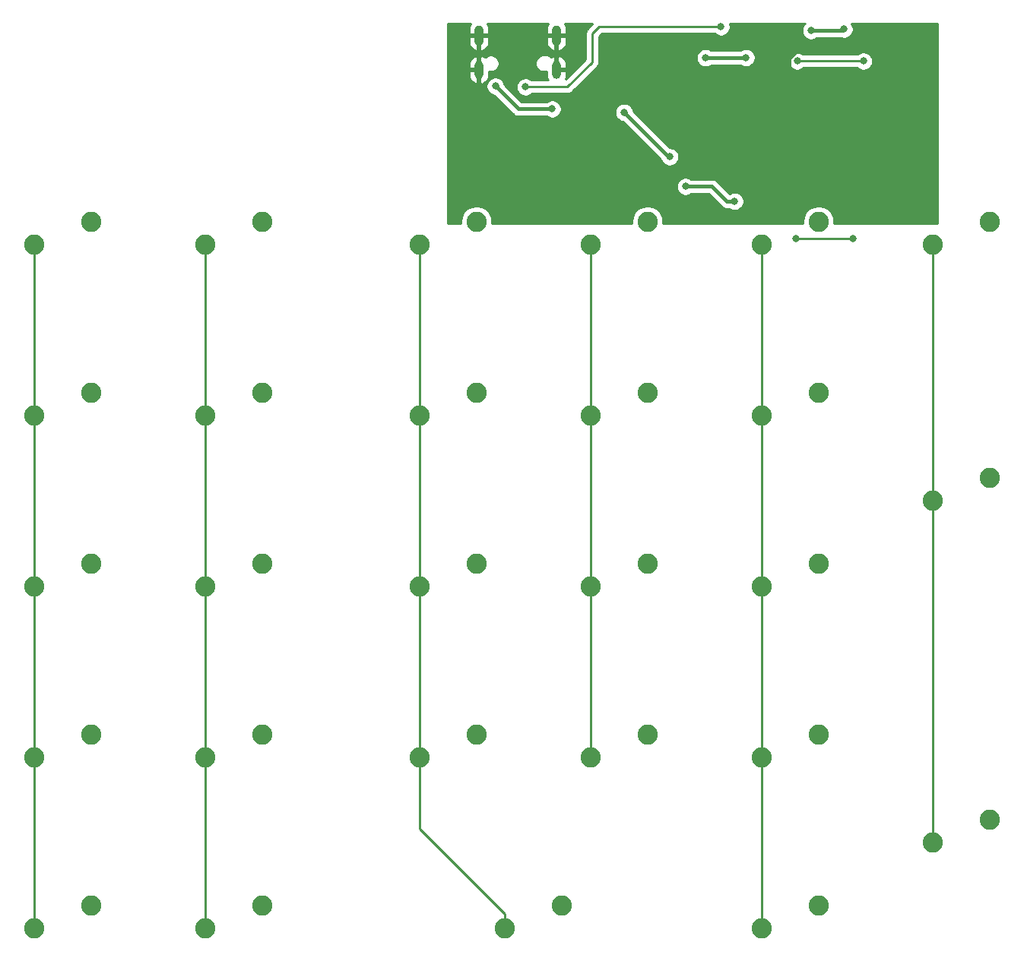
<source format=gtl>
G04 #@! TF.GenerationSoftware,KiCad,Pcbnew,(5.1.5)-3*
G04 #@! TF.CreationDate,2020-10-08T21:20:26+02:00*
G04 #@! TF.ProjectId,NumPad,4e756d50-6164-42e6-9b69-6361645f7063,rev?*
G04 #@! TF.SameCoordinates,Original*
G04 #@! TF.FileFunction,Copper,L1,Top*
G04 #@! TF.FilePolarity,Positive*
%FSLAX46Y46*%
G04 Gerber Fmt 4.6, Leading zero omitted, Abs format (unit mm)*
G04 Created by KiCad (PCBNEW (5.1.5)-3) date 2020-10-08 21:20:26*
%MOMM*%
%LPD*%
G04 APERTURE LIST*
%ADD10C,2.250000*%
%ADD11O,1.000000X2.300000*%
%ADD12O,1.000000X2.000000*%
%ADD13C,0.800000*%
%ADD14C,0.381000*%
%ADD15C,0.254000*%
G04 APERTURE END LIST*
D10*
X108902500Y-146526250D03*
X102552500Y-149066250D03*
X156527500Y-137001250D03*
X150177500Y-139541250D03*
X156527500Y-98901250D03*
X150177500Y-101441250D03*
X137477500Y-146526250D03*
X131127500Y-149066250D03*
X75565000Y-146526250D03*
X69215000Y-149066250D03*
X56515000Y-146526250D03*
X50165000Y-149066250D03*
X137477500Y-127476250D03*
X131127500Y-130016250D03*
X118427500Y-127476250D03*
X112077500Y-130016250D03*
X99377500Y-127476250D03*
X93027500Y-130016250D03*
X75565000Y-127476250D03*
X69215000Y-130016250D03*
X56515000Y-127476250D03*
X50165000Y-130016250D03*
X137477500Y-108426250D03*
X131127500Y-110966250D03*
X118427500Y-108426250D03*
X112077500Y-110966250D03*
X99377500Y-108426250D03*
X93027500Y-110966250D03*
X75565000Y-108426250D03*
X69215000Y-110966250D03*
X56515000Y-108426250D03*
X50165000Y-110966250D03*
X137477500Y-89376250D03*
X131127500Y-91916250D03*
X118427500Y-89376250D03*
X112077500Y-91916250D03*
X99377500Y-89376250D03*
X93027500Y-91916250D03*
X75565000Y-89376250D03*
X69215000Y-91916250D03*
X56515000Y-89376250D03*
X50165000Y-91916250D03*
X156527500Y-70326250D03*
X150177500Y-72866250D03*
X137477500Y-70326250D03*
X131127500Y-72866250D03*
X118427500Y-70326250D03*
X112077500Y-72866250D03*
X99377500Y-70326250D03*
X93027500Y-72866250D03*
X75565000Y-70326250D03*
X69215000Y-72866250D03*
X56515000Y-70326250D03*
X50165000Y-72866250D03*
D11*
X108300000Y-49597500D03*
X99660000Y-49597500D03*
D12*
X99660000Y-53422500D03*
X108300000Y-53422500D03*
D13*
X122682000Y-66421000D03*
X128143000Y-68072000D03*
X120650000Y-50800000D03*
X132207000Y-55118000D03*
X137287000Y-51435000D03*
X124912508Y-52079125D03*
X129413000Y-52070000D03*
X136652000Y-49050500D03*
X140335000Y-48895000D03*
X115824000Y-58166000D03*
X120907000Y-63105000D03*
X101503000Y-55245000D03*
X107823000Y-57785000D03*
X104846264Y-55328398D03*
X126619000Y-48641000D03*
X134937500Y-72231250D03*
X141287500Y-72231250D03*
X135099500Y-52451000D03*
X142494000Y-52451000D03*
D14*
X125603000Y-66421000D02*
X127127000Y-67945000D01*
X122682000Y-66421000D02*
X125603000Y-66421000D01*
X127127000Y-67945000D02*
X127254000Y-68072000D01*
X127254000Y-68072000D02*
X128143000Y-68072000D01*
X120650000Y-50800000D02*
X120650000Y-50006250D01*
X132207000Y-55118000D02*
X132606999Y-54718001D01*
X132606999Y-54718001D02*
X134239000Y-53086000D01*
X134945558Y-51435000D02*
X137287000Y-51435000D01*
X134239000Y-53086000D02*
X134239000Y-52141558D01*
X134239000Y-52141558D02*
X134945558Y-51435000D01*
X124921633Y-52070000D02*
X124912508Y-52079125D01*
X129413000Y-52070000D02*
X124921633Y-52070000D01*
X136652000Y-49050500D02*
X140179500Y-49050500D01*
X140179500Y-49050500D02*
X140335000Y-48895000D01*
X115824000Y-58166000D02*
X120763000Y-63105000D01*
X120763000Y-63105000D02*
X120907000Y-63105000D01*
X101503000Y-55245000D02*
X104043000Y-57785000D01*
X104043000Y-57785000D02*
X107823000Y-57785000D01*
D15*
X104846264Y-55328398D02*
X109517602Y-55328398D01*
X109517602Y-55328398D02*
X112268000Y-52578000D01*
X112268000Y-52578000D02*
X112268000Y-49530000D01*
X112268000Y-49530000D02*
X112268000Y-49403000D01*
X112268000Y-49403000D02*
X113030000Y-48641000D01*
X113030000Y-48641000D02*
X126619000Y-48641000D01*
X50165000Y-74457240D02*
X50165000Y-91916250D01*
X50165000Y-72866250D02*
X50165000Y-74457240D01*
X50165000Y-93507240D02*
X50165000Y-110966250D01*
X50165000Y-91916250D02*
X50165000Y-93507240D01*
X50165000Y-112557240D02*
X50165000Y-130016250D01*
X50165000Y-110966250D02*
X50165000Y-112557240D01*
X50165000Y-130016250D02*
X50165000Y-149066250D01*
X69215000Y-130016250D02*
X69215000Y-149066250D01*
X69215000Y-112557240D02*
X69215000Y-130016250D01*
X69215000Y-110966250D02*
X69215000Y-112557240D01*
X69215000Y-93507240D02*
X69215000Y-110966250D01*
X69215000Y-91916250D02*
X69215000Y-93507240D01*
X69215000Y-72866250D02*
X69215000Y-91916250D01*
X93027500Y-74457240D02*
X93027500Y-91916250D01*
X93027500Y-72866250D02*
X93027500Y-74457240D01*
X93027500Y-91916250D02*
X93027500Y-110966250D01*
X93027500Y-110966250D02*
X93027500Y-130016250D01*
X93027500Y-130016250D02*
X93027500Y-137985500D01*
X102552500Y-147475260D02*
X102552500Y-149066250D01*
X93062740Y-137985500D02*
X102552500Y-147475260D01*
X93027500Y-137985500D02*
X93062740Y-137985500D01*
X112077500Y-72866250D02*
X112077500Y-91916250D01*
X112077500Y-91916250D02*
X112077500Y-110966250D01*
X112077500Y-112557240D02*
X112077500Y-130016250D01*
X112077500Y-110966250D02*
X112077500Y-112557240D01*
X131127500Y-74457240D02*
X131127500Y-91916250D01*
X131127500Y-72866250D02*
X131127500Y-74457240D01*
X131127500Y-91916250D02*
X131127500Y-110966250D01*
X131127500Y-112557240D02*
X131127500Y-130016250D01*
X131127500Y-110966250D02*
X131127500Y-112557240D01*
X131127500Y-131607240D02*
X131127500Y-149066250D01*
X131127500Y-130016250D02*
X131127500Y-131607240D01*
X150177500Y-72866250D02*
X150177500Y-101441250D01*
X150177500Y-101441250D02*
X150177500Y-139541250D01*
X134937500Y-72231250D02*
X141287500Y-72231250D01*
X135099500Y-52451000D02*
X142494000Y-52451000D01*
G36*
X98659997Y-48395822D02*
G01*
X98571585Y-48601513D01*
X98525000Y-48820500D01*
X98525000Y-49470500D01*
X99533000Y-49470500D01*
X99533000Y-49450500D01*
X99787000Y-49450500D01*
X99787000Y-49470500D01*
X100795000Y-49470500D01*
X100795000Y-48820500D01*
X100748415Y-48601513D01*
X100660003Y-48395822D01*
X100583810Y-48285000D01*
X107376190Y-48285000D01*
X107299997Y-48395822D01*
X107211585Y-48601513D01*
X107165000Y-48820500D01*
X107165000Y-49470500D01*
X108173000Y-49470500D01*
X108173000Y-49450500D01*
X108427000Y-49450500D01*
X108427000Y-49470500D01*
X109435000Y-49470500D01*
X109435000Y-48820500D01*
X109388415Y-48601513D01*
X109300003Y-48395822D01*
X109223810Y-48285000D01*
X112308369Y-48285000D01*
X111755652Y-48837718D01*
X111726578Y-48861578D01*
X111631355Y-48977608D01*
X111560598Y-49109985D01*
X111517026Y-49253622D01*
X111506000Y-49365574D01*
X111502314Y-49403000D01*
X111506000Y-49440423D01*
X111506000Y-49567425D01*
X111506001Y-49567435D01*
X111506000Y-52262369D01*
X109304384Y-54463986D01*
X109388415Y-54268487D01*
X109435000Y-54049500D01*
X109435000Y-53549500D01*
X108427000Y-53549500D01*
X108427000Y-53569500D01*
X108173000Y-53569500D01*
X108173000Y-53549500D01*
X108153000Y-53549500D01*
X108153000Y-53295500D01*
X108173000Y-53295500D01*
X108173000Y-51954546D01*
X108427000Y-51954546D01*
X108427000Y-53295500D01*
X109435000Y-53295500D01*
X109435000Y-52795500D01*
X109388415Y-52576513D01*
X109300003Y-52370822D01*
X109173161Y-52186331D01*
X109012764Y-52030131D01*
X108824976Y-51908224D01*
X108601874Y-51828381D01*
X108427000Y-51954546D01*
X108173000Y-51954546D01*
X107998126Y-51828381D01*
X107775024Y-51908224D01*
X107686856Y-51965460D01*
X107626972Y-51916314D01*
X107464540Y-51829493D01*
X107288292Y-51776029D01*
X107150932Y-51762500D01*
X106809068Y-51762500D01*
X106671708Y-51776029D01*
X106495460Y-51829493D01*
X106333028Y-51916314D01*
X106190656Y-52033156D01*
X106073814Y-52175528D01*
X105986993Y-52337960D01*
X105933529Y-52514208D01*
X105915476Y-52697500D01*
X105933529Y-52880792D01*
X105986993Y-53057040D01*
X106073814Y-53219472D01*
X106190656Y-53361844D01*
X106333028Y-53478686D01*
X106495460Y-53565507D01*
X106671708Y-53618971D01*
X106809068Y-53632500D01*
X107150932Y-53632500D01*
X107165000Y-53631114D01*
X107165000Y-54049500D01*
X107211585Y-54268487D01*
X107299997Y-54474178D01*
X107363400Y-54566398D01*
X105547975Y-54566398D01*
X105506038Y-54524461D01*
X105336520Y-54411193D01*
X105148162Y-54333172D01*
X104948203Y-54293398D01*
X104744325Y-54293398D01*
X104544366Y-54333172D01*
X104356008Y-54411193D01*
X104186490Y-54524461D01*
X104042327Y-54668624D01*
X103929059Y-54838142D01*
X103851038Y-55026500D01*
X103811264Y-55226459D01*
X103811264Y-55430337D01*
X103851038Y-55630296D01*
X103929059Y-55818654D01*
X104042327Y-55988172D01*
X104186490Y-56132335D01*
X104356008Y-56245603D01*
X104544366Y-56323624D01*
X104744325Y-56363398D01*
X104948203Y-56363398D01*
X105148162Y-56323624D01*
X105336520Y-56245603D01*
X105506038Y-56132335D01*
X105547975Y-56090398D01*
X109480179Y-56090398D01*
X109517602Y-56094084D01*
X109555025Y-56090398D01*
X109555028Y-56090398D01*
X109666980Y-56079372D01*
X109810617Y-56035800D01*
X109942994Y-55965043D01*
X110059024Y-55869820D01*
X110082886Y-55840744D01*
X112780353Y-53143278D01*
X112809422Y-53119422D01*
X112904645Y-53003392D01*
X112975402Y-52871015D01*
X113018974Y-52727378D01*
X113030000Y-52615426D01*
X113030000Y-52615424D01*
X113033686Y-52578001D01*
X113030000Y-52540578D01*
X113030000Y-51977186D01*
X123877508Y-51977186D01*
X123877508Y-52181064D01*
X123917282Y-52381023D01*
X123995303Y-52569381D01*
X124108571Y-52738899D01*
X124252734Y-52883062D01*
X124422252Y-52996330D01*
X124610610Y-53074351D01*
X124810569Y-53114125D01*
X125014447Y-53114125D01*
X125214406Y-53074351D01*
X125402764Y-52996330D01*
X125553667Y-52895500D01*
X128785497Y-52895500D01*
X128922744Y-52987205D01*
X129111102Y-53065226D01*
X129311061Y-53105000D01*
X129514939Y-53105000D01*
X129714898Y-53065226D01*
X129903256Y-52987205D01*
X130072774Y-52873937D01*
X130216937Y-52729774D01*
X130330205Y-52560256D01*
X130408226Y-52371898D01*
X130412768Y-52349061D01*
X134064500Y-52349061D01*
X134064500Y-52552939D01*
X134104274Y-52752898D01*
X134182295Y-52941256D01*
X134295563Y-53110774D01*
X134439726Y-53254937D01*
X134609244Y-53368205D01*
X134797602Y-53446226D01*
X134997561Y-53486000D01*
X135201439Y-53486000D01*
X135401398Y-53446226D01*
X135589756Y-53368205D01*
X135759274Y-53254937D01*
X135801211Y-53213000D01*
X141792289Y-53213000D01*
X141834226Y-53254937D01*
X142003744Y-53368205D01*
X142192102Y-53446226D01*
X142392061Y-53486000D01*
X142595939Y-53486000D01*
X142795898Y-53446226D01*
X142984256Y-53368205D01*
X143153774Y-53254937D01*
X143297937Y-53110774D01*
X143411205Y-52941256D01*
X143489226Y-52752898D01*
X143529000Y-52552939D01*
X143529000Y-52349061D01*
X143489226Y-52149102D01*
X143411205Y-51960744D01*
X143297937Y-51791226D01*
X143153774Y-51647063D01*
X142984256Y-51533795D01*
X142795898Y-51455774D01*
X142595939Y-51416000D01*
X142392061Y-51416000D01*
X142192102Y-51455774D01*
X142003744Y-51533795D01*
X141834226Y-51647063D01*
X141792289Y-51689000D01*
X135801211Y-51689000D01*
X135759274Y-51647063D01*
X135589756Y-51533795D01*
X135401398Y-51455774D01*
X135201439Y-51416000D01*
X134997561Y-51416000D01*
X134797602Y-51455774D01*
X134609244Y-51533795D01*
X134439726Y-51647063D01*
X134295563Y-51791226D01*
X134182295Y-51960744D01*
X134104274Y-52149102D01*
X134064500Y-52349061D01*
X130412768Y-52349061D01*
X130448000Y-52171939D01*
X130448000Y-51968061D01*
X130408226Y-51768102D01*
X130330205Y-51579744D01*
X130216937Y-51410226D01*
X130072774Y-51266063D01*
X129903256Y-51152795D01*
X129714898Y-51074774D01*
X129514939Y-51035000D01*
X129311061Y-51035000D01*
X129111102Y-51074774D01*
X128922744Y-51152795D01*
X128785497Y-51244500D01*
X125526354Y-51244500D01*
X125402764Y-51161920D01*
X125214406Y-51083899D01*
X125014447Y-51044125D01*
X124810569Y-51044125D01*
X124610610Y-51083899D01*
X124422252Y-51161920D01*
X124252734Y-51275188D01*
X124108571Y-51419351D01*
X123995303Y-51588869D01*
X123917282Y-51777227D01*
X123877508Y-51977186D01*
X113030000Y-51977186D01*
X113030000Y-49718630D01*
X113345631Y-49403000D01*
X125917289Y-49403000D01*
X125959226Y-49444937D01*
X126128744Y-49558205D01*
X126317102Y-49636226D01*
X126517061Y-49676000D01*
X126720939Y-49676000D01*
X126920898Y-49636226D01*
X127109256Y-49558205D01*
X127278774Y-49444937D01*
X127422937Y-49300774D01*
X127536205Y-49131256D01*
X127614226Y-48942898D01*
X127654000Y-48742939D01*
X127654000Y-48539061D01*
X127614226Y-48339102D01*
X127591816Y-48285000D01*
X135953789Y-48285000D01*
X135848063Y-48390726D01*
X135734795Y-48560244D01*
X135656774Y-48748602D01*
X135617000Y-48948561D01*
X135617000Y-49152439D01*
X135656774Y-49352398D01*
X135734795Y-49540756D01*
X135848063Y-49710274D01*
X135992226Y-49854437D01*
X136161744Y-49967705D01*
X136350102Y-50045726D01*
X136550061Y-50085500D01*
X136753939Y-50085500D01*
X136953898Y-50045726D01*
X137142256Y-49967705D01*
X137279503Y-49876000D01*
X139998758Y-49876000D01*
X140033102Y-49890226D01*
X140233061Y-49930000D01*
X140436939Y-49930000D01*
X140636898Y-49890226D01*
X140825256Y-49812205D01*
X140994774Y-49698937D01*
X141138937Y-49554774D01*
X141252205Y-49385256D01*
X141330226Y-49196898D01*
X141370000Y-48996939D01*
X141370000Y-48793061D01*
X141330226Y-48593102D01*
X141252205Y-48404744D01*
X141172195Y-48285000D01*
X150685500Y-48285000D01*
X150685500Y-70516750D01*
X139234088Y-70516750D01*
X139237500Y-70499595D01*
X139237500Y-70152905D01*
X139169864Y-69812877D01*
X139037192Y-69492577D01*
X138844581Y-69204315D01*
X138599435Y-68959169D01*
X138311173Y-68766558D01*
X137990873Y-68633886D01*
X137650845Y-68566250D01*
X137304155Y-68566250D01*
X136964127Y-68633886D01*
X136643827Y-68766558D01*
X136355565Y-68959169D01*
X136110419Y-69204315D01*
X135917808Y-69492577D01*
X135785136Y-69812877D01*
X135717500Y-70152905D01*
X135717500Y-70499595D01*
X135720912Y-70516750D01*
X120184088Y-70516750D01*
X120187500Y-70499595D01*
X120187500Y-70152905D01*
X120119864Y-69812877D01*
X119987192Y-69492577D01*
X119794581Y-69204315D01*
X119549435Y-68959169D01*
X119261173Y-68766558D01*
X118940873Y-68633886D01*
X118600845Y-68566250D01*
X118254155Y-68566250D01*
X117914127Y-68633886D01*
X117593827Y-68766558D01*
X117305565Y-68959169D01*
X117060419Y-69204315D01*
X116867808Y-69492577D01*
X116735136Y-69812877D01*
X116667500Y-70152905D01*
X116667500Y-70499595D01*
X116670912Y-70516750D01*
X101134088Y-70516750D01*
X101137500Y-70499595D01*
X101137500Y-70152905D01*
X101069864Y-69812877D01*
X100937192Y-69492577D01*
X100744581Y-69204315D01*
X100499435Y-68959169D01*
X100211173Y-68766558D01*
X99890873Y-68633886D01*
X99550845Y-68566250D01*
X99204155Y-68566250D01*
X98864127Y-68633886D01*
X98543827Y-68766558D01*
X98255565Y-68959169D01*
X98010419Y-69204315D01*
X97817808Y-69492577D01*
X97685136Y-69812877D01*
X97617500Y-70152905D01*
X97617500Y-70499595D01*
X97620912Y-70516750D01*
X96170750Y-70516750D01*
X96170750Y-66319061D01*
X121647000Y-66319061D01*
X121647000Y-66522939D01*
X121686774Y-66722898D01*
X121764795Y-66911256D01*
X121878063Y-67080774D01*
X122022226Y-67224937D01*
X122191744Y-67338205D01*
X122380102Y-67416226D01*
X122580061Y-67456000D01*
X122783939Y-67456000D01*
X122983898Y-67416226D01*
X123172256Y-67338205D01*
X123309503Y-67246500D01*
X125261068Y-67246500D01*
X126571958Y-68557391D01*
X126571964Y-68557396D01*
X126641602Y-68627034D01*
X126667459Y-68658541D01*
X126793158Y-68761699D01*
X126936566Y-68838353D01*
X127092174Y-68885556D01*
X127213447Y-68897500D01*
X127213449Y-68897500D01*
X127253999Y-68901494D01*
X127294550Y-68897500D01*
X127515497Y-68897500D01*
X127652744Y-68989205D01*
X127841102Y-69067226D01*
X128041061Y-69107000D01*
X128244939Y-69107000D01*
X128444898Y-69067226D01*
X128633256Y-68989205D01*
X128802774Y-68875937D01*
X128946937Y-68731774D01*
X129060205Y-68562256D01*
X129138226Y-68373898D01*
X129178000Y-68173939D01*
X129178000Y-67970061D01*
X129138226Y-67770102D01*
X129060205Y-67581744D01*
X128946937Y-67412226D01*
X128802774Y-67268063D01*
X128633256Y-67154795D01*
X128444898Y-67076774D01*
X128244939Y-67037000D01*
X128041061Y-67037000D01*
X127841102Y-67076774D01*
X127652744Y-67154795D01*
X127563715Y-67214282D01*
X126215398Y-65865966D01*
X126189541Y-65834459D01*
X126063842Y-65731301D01*
X125920434Y-65654647D01*
X125764826Y-65607444D01*
X125643553Y-65595500D01*
X125643550Y-65595500D01*
X125603000Y-65591506D01*
X125562450Y-65595500D01*
X123309503Y-65595500D01*
X123172256Y-65503795D01*
X122983898Y-65425774D01*
X122783939Y-65386000D01*
X122580061Y-65386000D01*
X122380102Y-65425774D01*
X122191744Y-65503795D01*
X122022226Y-65617063D01*
X121878063Y-65761226D01*
X121764795Y-65930744D01*
X121686774Y-66119102D01*
X121647000Y-66319061D01*
X96170750Y-66319061D01*
X96170750Y-55143061D01*
X100468000Y-55143061D01*
X100468000Y-55346939D01*
X100507774Y-55546898D01*
X100585795Y-55735256D01*
X100699063Y-55904774D01*
X100843226Y-56048937D01*
X101012744Y-56162205D01*
X101201102Y-56240226D01*
X101362996Y-56272429D01*
X103430606Y-58340039D01*
X103456459Y-58371541D01*
X103526033Y-58428639D01*
X103582156Y-58474698D01*
X103582158Y-58474699D01*
X103725566Y-58551353D01*
X103881174Y-58598556D01*
X104002447Y-58610500D01*
X104002456Y-58610500D01*
X104042999Y-58614493D01*
X104083542Y-58610500D01*
X107195497Y-58610500D01*
X107332744Y-58702205D01*
X107521102Y-58780226D01*
X107721061Y-58820000D01*
X107924939Y-58820000D01*
X108124898Y-58780226D01*
X108313256Y-58702205D01*
X108482774Y-58588937D01*
X108626937Y-58444774D01*
X108740205Y-58275256D01*
X108818226Y-58086898D01*
X108822768Y-58064061D01*
X114789000Y-58064061D01*
X114789000Y-58267939D01*
X114828774Y-58467898D01*
X114906795Y-58656256D01*
X115020063Y-58825774D01*
X115164226Y-58969937D01*
X115333744Y-59083205D01*
X115522102Y-59161226D01*
X115683996Y-59193429D01*
X119921893Y-63431327D01*
X119989795Y-63595256D01*
X120103063Y-63764774D01*
X120247226Y-63908937D01*
X120416744Y-64022205D01*
X120605102Y-64100226D01*
X120805061Y-64140000D01*
X121008939Y-64140000D01*
X121208898Y-64100226D01*
X121397256Y-64022205D01*
X121566774Y-63908937D01*
X121710937Y-63764774D01*
X121824205Y-63595256D01*
X121902226Y-63406898D01*
X121942000Y-63206939D01*
X121942000Y-63003061D01*
X121902226Y-62803102D01*
X121824205Y-62614744D01*
X121710937Y-62445226D01*
X121566774Y-62301063D01*
X121397256Y-62187795D01*
X121208898Y-62109774D01*
X121008939Y-62070000D01*
X120895434Y-62070000D01*
X116851429Y-58025996D01*
X116819226Y-57864102D01*
X116741205Y-57675744D01*
X116627937Y-57506226D01*
X116483774Y-57362063D01*
X116314256Y-57248795D01*
X116125898Y-57170774D01*
X115925939Y-57131000D01*
X115722061Y-57131000D01*
X115522102Y-57170774D01*
X115333744Y-57248795D01*
X115164226Y-57362063D01*
X115020063Y-57506226D01*
X114906795Y-57675744D01*
X114828774Y-57864102D01*
X114789000Y-58064061D01*
X108822768Y-58064061D01*
X108858000Y-57886939D01*
X108858000Y-57683061D01*
X108818226Y-57483102D01*
X108740205Y-57294744D01*
X108626937Y-57125226D01*
X108482774Y-56981063D01*
X108313256Y-56867795D01*
X108124898Y-56789774D01*
X107924939Y-56750000D01*
X107721061Y-56750000D01*
X107521102Y-56789774D01*
X107332744Y-56867795D01*
X107195497Y-56959500D01*
X104384933Y-56959500D01*
X102530429Y-55104996D01*
X102498226Y-54943102D01*
X102420205Y-54754744D01*
X102306937Y-54585226D01*
X102162774Y-54441063D01*
X101993256Y-54327795D01*
X101804898Y-54249774D01*
X101604939Y-54210000D01*
X101401061Y-54210000D01*
X101201102Y-54249774D01*
X101012744Y-54327795D01*
X100843226Y-54441063D01*
X100699063Y-54585226D01*
X100585795Y-54754744D01*
X100507774Y-54943102D01*
X100468000Y-55143061D01*
X96170750Y-55143061D01*
X96170750Y-53549500D01*
X98525000Y-53549500D01*
X98525000Y-54049500D01*
X98571585Y-54268487D01*
X98659997Y-54474178D01*
X98786839Y-54658669D01*
X98947236Y-54814869D01*
X99135024Y-54936776D01*
X99358126Y-55016619D01*
X99533000Y-54890454D01*
X99533000Y-53549500D01*
X98525000Y-53549500D01*
X96170750Y-53549500D01*
X96170750Y-52795500D01*
X98525000Y-52795500D01*
X98525000Y-53295500D01*
X99533000Y-53295500D01*
X99533000Y-51954546D01*
X99787000Y-51954546D01*
X99787000Y-53295500D01*
X99807000Y-53295500D01*
X99807000Y-53549500D01*
X99787000Y-53549500D01*
X99787000Y-54890454D01*
X99961874Y-55016619D01*
X100184976Y-54936776D01*
X100372764Y-54814869D01*
X100533161Y-54658669D01*
X100660003Y-54474178D01*
X100748415Y-54268487D01*
X100795000Y-54049500D01*
X100795000Y-53614019D01*
X100887911Y-53632500D01*
X101072089Y-53632500D01*
X101252729Y-53596568D01*
X101422889Y-53526086D01*
X101576028Y-53423762D01*
X101706262Y-53293528D01*
X101808586Y-53140389D01*
X101879068Y-52970229D01*
X101915000Y-52789589D01*
X101915000Y-52605411D01*
X101879068Y-52424771D01*
X101808586Y-52254611D01*
X101706262Y-52101472D01*
X101576028Y-51971238D01*
X101422889Y-51868914D01*
X101252729Y-51798432D01*
X101072089Y-51762500D01*
X100887911Y-51762500D01*
X100707271Y-51798432D01*
X100537111Y-51868914D01*
X100383972Y-51971238D01*
X100343850Y-52011360D01*
X100184976Y-51908224D01*
X99961874Y-51828381D01*
X99787000Y-51954546D01*
X99533000Y-51954546D01*
X99358126Y-51828381D01*
X99135024Y-51908224D01*
X98947236Y-52030131D01*
X98786839Y-52186331D01*
X98659997Y-52370822D01*
X98571585Y-52576513D01*
X98525000Y-52795500D01*
X96170750Y-52795500D01*
X96170750Y-49724500D01*
X98525000Y-49724500D01*
X98525000Y-50374500D01*
X98571585Y-50593487D01*
X98659997Y-50799178D01*
X98786839Y-50983669D01*
X98947236Y-51139869D01*
X99135024Y-51261776D01*
X99358126Y-51341619D01*
X99533000Y-51215454D01*
X99533000Y-49724500D01*
X99787000Y-49724500D01*
X99787000Y-51215454D01*
X99961874Y-51341619D01*
X100184976Y-51261776D01*
X100372764Y-51139869D01*
X100533161Y-50983669D01*
X100660003Y-50799178D01*
X100748415Y-50593487D01*
X100795000Y-50374500D01*
X100795000Y-49724500D01*
X107165000Y-49724500D01*
X107165000Y-50374500D01*
X107211585Y-50593487D01*
X107299997Y-50799178D01*
X107426839Y-50983669D01*
X107587236Y-51139869D01*
X107775024Y-51261776D01*
X107998126Y-51341619D01*
X108173000Y-51215454D01*
X108173000Y-49724500D01*
X108427000Y-49724500D01*
X108427000Y-51215454D01*
X108601874Y-51341619D01*
X108824976Y-51261776D01*
X109012764Y-51139869D01*
X109173161Y-50983669D01*
X109300003Y-50799178D01*
X109388415Y-50593487D01*
X109435000Y-50374500D01*
X109435000Y-49724500D01*
X108427000Y-49724500D01*
X108173000Y-49724500D01*
X107165000Y-49724500D01*
X100795000Y-49724500D01*
X99787000Y-49724500D01*
X99533000Y-49724500D01*
X98525000Y-49724500D01*
X96170750Y-49724500D01*
X96170750Y-48285000D01*
X98736190Y-48285000D01*
X98659997Y-48395822D01*
G37*
X98659997Y-48395822D02*
X98571585Y-48601513D01*
X98525000Y-48820500D01*
X98525000Y-49470500D01*
X99533000Y-49470500D01*
X99533000Y-49450500D01*
X99787000Y-49450500D01*
X99787000Y-49470500D01*
X100795000Y-49470500D01*
X100795000Y-48820500D01*
X100748415Y-48601513D01*
X100660003Y-48395822D01*
X100583810Y-48285000D01*
X107376190Y-48285000D01*
X107299997Y-48395822D01*
X107211585Y-48601513D01*
X107165000Y-48820500D01*
X107165000Y-49470500D01*
X108173000Y-49470500D01*
X108173000Y-49450500D01*
X108427000Y-49450500D01*
X108427000Y-49470500D01*
X109435000Y-49470500D01*
X109435000Y-48820500D01*
X109388415Y-48601513D01*
X109300003Y-48395822D01*
X109223810Y-48285000D01*
X112308369Y-48285000D01*
X111755652Y-48837718D01*
X111726578Y-48861578D01*
X111631355Y-48977608D01*
X111560598Y-49109985D01*
X111517026Y-49253622D01*
X111506000Y-49365574D01*
X111502314Y-49403000D01*
X111506000Y-49440423D01*
X111506000Y-49567425D01*
X111506001Y-49567435D01*
X111506000Y-52262369D01*
X109304384Y-54463986D01*
X109388415Y-54268487D01*
X109435000Y-54049500D01*
X109435000Y-53549500D01*
X108427000Y-53549500D01*
X108427000Y-53569500D01*
X108173000Y-53569500D01*
X108173000Y-53549500D01*
X108153000Y-53549500D01*
X108153000Y-53295500D01*
X108173000Y-53295500D01*
X108173000Y-51954546D01*
X108427000Y-51954546D01*
X108427000Y-53295500D01*
X109435000Y-53295500D01*
X109435000Y-52795500D01*
X109388415Y-52576513D01*
X109300003Y-52370822D01*
X109173161Y-52186331D01*
X109012764Y-52030131D01*
X108824976Y-51908224D01*
X108601874Y-51828381D01*
X108427000Y-51954546D01*
X108173000Y-51954546D01*
X107998126Y-51828381D01*
X107775024Y-51908224D01*
X107686856Y-51965460D01*
X107626972Y-51916314D01*
X107464540Y-51829493D01*
X107288292Y-51776029D01*
X107150932Y-51762500D01*
X106809068Y-51762500D01*
X106671708Y-51776029D01*
X106495460Y-51829493D01*
X106333028Y-51916314D01*
X106190656Y-52033156D01*
X106073814Y-52175528D01*
X105986993Y-52337960D01*
X105933529Y-52514208D01*
X105915476Y-52697500D01*
X105933529Y-52880792D01*
X105986993Y-53057040D01*
X106073814Y-53219472D01*
X106190656Y-53361844D01*
X106333028Y-53478686D01*
X106495460Y-53565507D01*
X106671708Y-53618971D01*
X106809068Y-53632500D01*
X107150932Y-53632500D01*
X107165000Y-53631114D01*
X107165000Y-54049500D01*
X107211585Y-54268487D01*
X107299997Y-54474178D01*
X107363400Y-54566398D01*
X105547975Y-54566398D01*
X105506038Y-54524461D01*
X105336520Y-54411193D01*
X105148162Y-54333172D01*
X104948203Y-54293398D01*
X104744325Y-54293398D01*
X104544366Y-54333172D01*
X104356008Y-54411193D01*
X104186490Y-54524461D01*
X104042327Y-54668624D01*
X103929059Y-54838142D01*
X103851038Y-55026500D01*
X103811264Y-55226459D01*
X103811264Y-55430337D01*
X103851038Y-55630296D01*
X103929059Y-55818654D01*
X104042327Y-55988172D01*
X104186490Y-56132335D01*
X104356008Y-56245603D01*
X104544366Y-56323624D01*
X104744325Y-56363398D01*
X104948203Y-56363398D01*
X105148162Y-56323624D01*
X105336520Y-56245603D01*
X105506038Y-56132335D01*
X105547975Y-56090398D01*
X109480179Y-56090398D01*
X109517602Y-56094084D01*
X109555025Y-56090398D01*
X109555028Y-56090398D01*
X109666980Y-56079372D01*
X109810617Y-56035800D01*
X109942994Y-55965043D01*
X110059024Y-55869820D01*
X110082886Y-55840744D01*
X112780353Y-53143278D01*
X112809422Y-53119422D01*
X112904645Y-53003392D01*
X112975402Y-52871015D01*
X113018974Y-52727378D01*
X113030000Y-52615426D01*
X113030000Y-52615424D01*
X113033686Y-52578001D01*
X113030000Y-52540578D01*
X113030000Y-51977186D01*
X123877508Y-51977186D01*
X123877508Y-52181064D01*
X123917282Y-52381023D01*
X123995303Y-52569381D01*
X124108571Y-52738899D01*
X124252734Y-52883062D01*
X124422252Y-52996330D01*
X124610610Y-53074351D01*
X124810569Y-53114125D01*
X125014447Y-53114125D01*
X125214406Y-53074351D01*
X125402764Y-52996330D01*
X125553667Y-52895500D01*
X128785497Y-52895500D01*
X128922744Y-52987205D01*
X129111102Y-53065226D01*
X129311061Y-53105000D01*
X129514939Y-53105000D01*
X129714898Y-53065226D01*
X129903256Y-52987205D01*
X130072774Y-52873937D01*
X130216937Y-52729774D01*
X130330205Y-52560256D01*
X130408226Y-52371898D01*
X130412768Y-52349061D01*
X134064500Y-52349061D01*
X134064500Y-52552939D01*
X134104274Y-52752898D01*
X134182295Y-52941256D01*
X134295563Y-53110774D01*
X134439726Y-53254937D01*
X134609244Y-53368205D01*
X134797602Y-53446226D01*
X134997561Y-53486000D01*
X135201439Y-53486000D01*
X135401398Y-53446226D01*
X135589756Y-53368205D01*
X135759274Y-53254937D01*
X135801211Y-53213000D01*
X141792289Y-53213000D01*
X141834226Y-53254937D01*
X142003744Y-53368205D01*
X142192102Y-53446226D01*
X142392061Y-53486000D01*
X142595939Y-53486000D01*
X142795898Y-53446226D01*
X142984256Y-53368205D01*
X143153774Y-53254937D01*
X143297937Y-53110774D01*
X143411205Y-52941256D01*
X143489226Y-52752898D01*
X143529000Y-52552939D01*
X143529000Y-52349061D01*
X143489226Y-52149102D01*
X143411205Y-51960744D01*
X143297937Y-51791226D01*
X143153774Y-51647063D01*
X142984256Y-51533795D01*
X142795898Y-51455774D01*
X142595939Y-51416000D01*
X142392061Y-51416000D01*
X142192102Y-51455774D01*
X142003744Y-51533795D01*
X141834226Y-51647063D01*
X141792289Y-51689000D01*
X135801211Y-51689000D01*
X135759274Y-51647063D01*
X135589756Y-51533795D01*
X135401398Y-51455774D01*
X135201439Y-51416000D01*
X134997561Y-51416000D01*
X134797602Y-51455774D01*
X134609244Y-51533795D01*
X134439726Y-51647063D01*
X134295563Y-51791226D01*
X134182295Y-51960744D01*
X134104274Y-52149102D01*
X134064500Y-52349061D01*
X130412768Y-52349061D01*
X130448000Y-52171939D01*
X130448000Y-51968061D01*
X130408226Y-51768102D01*
X130330205Y-51579744D01*
X130216937Y-51410226D01*
X130072774Y-51266063D01*
X129903256Y-51152795D01*
X129714898Y-51074774D01*
X129514939Y-51035000D01*
X129311061Y-51035000D01*
X129111102Y-51074774D01*
X128922744Y-51152795D01*
X128785497Y-51244500D01*
X125526354Y-51244500D01*
X125402764Y-51161920D01*
X125214406Y-51083899D01*
X125014447Y-51044125D01*
X124810569Y-51044125D01*
X124610610Y-51083899D01*
X124422252Y-51161920D01*
X124252734Y-51275188D01*
X124108571Y-51419351D01*
X123995303Y-51588869D01*
X123917282Y-51777227D01*
X123877508Y-51977186D01*
X113030000Y-51977186D01*
X113030000Y-49718630D01*
X113345631Y-49403000D01*
X125917289Y-49403000D01*
X125959226Y-49444937D01*
X126128744Y-49558205D01*
X126317102Y-49636226D01*
X126517061Y-49676000D01*
X126720939Y-49676000D01*
X126920898Y-49636226D01*
X127109256Y-49558205D01*
X127278774Y-49444937D01*
X127422937Y-49300774D01*
X127536205Y-49131256D01*
X127614226Y-48942898D01*
X127654000Y-48742939D01*
X127654000Y-48539061D01*
X127614226Y-48339102D01*
X127591816Y-48285000D01*
X135953789Y-48285000D01*
X135848063Y-48390726D01*
X135734795Y-48560244D01*
X135656774Y-48748602D01*
X135617000Y-48948561D01*
X135617000Y-49152439D01*
X135656774Y-49352398D01*
X135734795Y-49540756D01*
X135848063Y-49710274D01*
X135992226Y-49854437D01*
X136161744Y-49967705D01*
X136350102Y-50045726D01*
X136550061Y-50085500D01*
X136753939Y-50085500D01*
X136953898Y-50045726D01*
X137142256Y-49967705D01*
X137279503Y-49876000D01*
X139998758Y-49876000D01*
X140033102Y-49890226D01*
X140233061Y-49930000D01*
X140436939Y-49930000D01*
X140636898Y-49890226D01*
X140825256Y-49812205D01*
X140994774Y-49698937D01*
X141138937Y-49554774D01*
X141252205Y-49385256D01*
X141330226Y-49196898D01*
X141370000Y-48996939D01*
X141370000Y-48793061D01*
X141330226Y-48593102D01*
X141252205Y-48404744D01*
X141172195Y-48285000D01*
X150685500Y-48285000D01*
X150685500Y-70516750D01*
X139234088Y-70516750D01*
X139237500Y-70499595D01*
X139237500Y-70152905D01*
X139169864Y-69812877D01*
X139037192Y-69492577D01*
X138844581Y-69204315D01*
X138599435Y-68959169D01*
X138311173Y-68766558D01*
X137990873Y-68633886D01*
X137650845Y-68566250D01*
X137304155Y-68566250D01*
X136964127Y-68633886D01*
X136643827Y-68766558D01*
X136355565Y-68959169D01*
X136110419Y-69204315D01*
X135917808Y-69492577D01*
X135785136Y-69812877D01*
X135717500Y-70152905D01*
X135717500Y-70499595D01*
X135720912Y-70516750D01*
X120184088Y-70516750D01*
X120187500Y-70499595D01*
X120187500Y-70152905D01*
X120119864Y-69812877D01*
X119987192Y-69492577D01*
X119794581Y-69204315D01*
X119549435Y-68959169D01*
X119261173Y-68766558D01*
X118940873Y-68633886D01*
X118600845Y-68566250D01*
X118254155Y-68566250D01*
X117914127Y-68633886D01*
X117593827Y-68766558D01*
X117305565Y-68959169D01*
X117060419Y-69204315D01*
X116867808Y-69492577D01*
X116735136Y-69812877D01*
X116667500Y-70152905D01*
X116667500Y-70499595D01*
X116670912Y-70516750D01*
X101134088Y-70516750D01*
X101137500Y-70499595D01*
X101137500Y-70152905D01*
X101069864Y-69812877D01*
X100937192Y-69492577D01*
X100744581Y-69204315D01*
X100499435Y-68959169D01*
X100211173Y-68766558D01*
X99890873Y-68633886D01*
X99550845Y-68566250D01*
X99204155Y-68566250D01*
X98864127Y-68633886D01*
X98543827Y-68766558D01*
X98255565Y-68959169D01*
X98010419Y-69204315D01*
X97817808Y-69492577D01*
X97685136Y-69812877D01*
X97617500Y-70152905D01*
X97617500Y-70499595D01*
X97620912Y-70516750D01*
X96170750Y-70516750D01*
X96170750Y-66319061D01*
X121647000Y-66319061D01*
X121647000Y-66522939D01*
X121686774Y-66722898D01*
X121764795Y-66911256D01*
X121878063Y-67080774D01*
X122022226Y-67224937D01*
X122191744Y-67338205D01*
X122380102Y-67416226D01*
X122580061Y-67456000D01*
X122783939Y-67456000D01*
X122983898Y-67416226D01*
X123172256Y-67338205D01*
X123309503Y-67246500D01*
X125261068Y-67246500D01*
X126571958Y-68557391D01*
X126571964Y-68557396D01*
X126641602Y-68627034D01*
X126667459Y-68658541D01*
X126793158Y-68761699D01*
X126936566Y-68838353D01*
X127092174Y-68885556D01*
X127213447Y-68897500D01*
X127213449Y-68897500D01*
X127253999Y-68901494D01*
X127294550Y-68897500D01*
X127515497Y-68897500D01*
X127652744Y-68989205D01*
X127841102Y-69067226D01*
X128041061Y-69107000D01*
X128244939Y-69107000D01*
X128444898Y-69067226D01*
X128633256Y-68989205D01*
X128802774Y-68875937D01*
X128946937Y-68731774D01*
X129060205Y-68562256D01*
X129138226Y-68373898D01*
X129178000Y-68173939D01*
X129178000Y-67970061D01*
X129138226Y-67770102D01*
X129060205Y-67581744D01*
X128946937Y-67412226D01*
X128802774Y-67268063D01*
X128633256Y-67154795D01*
X128444898Y-67076774D01*
X128244939Y-67037000D01*
X128041061Y-67037000D01*
X127841102Y-67076774D01*
X127652744Y-67154795D01*
X127563715Y-67214282D01*
X126215398Y-65865966D01*
X126189541Y-65834459D01*
X126063842Y-65731301D01*
X125920434Y-65654647D01*
X125764826Y-65607444D01*
X125643553Y-65595500D01*
X125643550Y-65595500D01*
X125603000Y-65591506D01*
X125562450Y-65595500D01*
X123309503Y-65595500D01*
X123172256Y-65503795D01*
X122983898Y-65425774D01*
X122783939Y-65386000D01*
X122580061Y-65386000D01*
X122380102Y-65425774D01*
X122191744Y-65503795D01*
X122022226Y-65617063D01*
X121878063Y-65761226D01*
X121764795Y-65930744D01*
X121686774Y-66119102D01*
X121647000Y-66319061D01*
X96170750Y-66319061D01*
X96170750Y-55143061D01*
X100468000Y-55143061D01*
X100468000Y-55346939D01*
X100507774Y-55546898D01*
X100585795Y-55735256D01*
X100699063Y-55904774D01*
X100843226Y-56048937D01*
X101012744Y-56162205D01*
X101201102Y-56240226D01*
X101362996Y-56272429D01*
X103430606Y-58340039D01*
X103456459Y-58371541D01*
X103526033Y-58428639D01*
X103582156Y-58474698D01*
X103582158Y-58474699D01*
X103725566Y-58551353D01*
X103881174Y-58598556D01*
X104002447Y-58610500D01*
X104002456Y-58610500D01*
X104042999Y-58614493D01*
X104083542Y-58610500D01*
X107195497Y-58610500D01*
X107332744Y-58702205D01*
X107521102Y-58780226D01*
X107721061Y-58820000D01*
X107924939Y-58820000D01*
X108124898Y-58780226D01*
X108313256Y-58702205D01*
X108482774Y-58588937D01*
X108626937Y-58444774D01*
X108740205Y-58275256D01*
X108818226Y-58086898D01*
X108822768Y-58064061D01*
X114789000Y-58064061D01*
X114789000Y-58267939D01*
X114828774Y-58467898D01*
X114906795Y-58656256D01*
X115020063Y-58825774D01*
X115164226Y-58969937D01*
X115333744Y-59083205D01*
X115522102Y-59161226D01*
X115683996Y-59193429D01*
X119921893Y-63431327D01*
X119989795Y-63595256D01*
X120103063Y-63764774D01*
X120247226Y-63908937D01*
X120416744Y-64022205D01*
X120605102Y-64100226D01*
X120805061Y-64140000D01*
X121008939Y-64140000D01*
X121208898Y-64100226D01*
X121397256Y-64022205D01*
X121566774Y-63908937D01*
X121710937Y-63764774D01*
X121824205Y-63595256D01*
X121902226Y-63406898D01*
X121942000Y-63206939D01*
X121942000Y-63003061D01*
X121902226Y-62803102D01*
X121824205Y-62614744D01*
X121710937Y-62445226D01*
X121566774Y-62301063D01*
X121397256Y-62187795D01*
X121208898Y-62109774D01*
X121008939Y-62070000D01*
X120895434Y-62070000D01*
X116851429Y-58025996D01*
X116819226Y-57864102D01*
X116741205Y-57675744D01*
X116627937Y-57506226D01*
X116483774Y-57362063D01*
X116314256Y-57248795D01*
X116125898Y-57170774D01*
X115925939Y-57131000D01*
X115722061Y-57131000D01*
X115522102Y-57170774D01*
X115333744Y-57248795D01*
X115164226Y-57362063D01*
X115020063Y-57506226D01*
X114906795Y-57675744D01*
X114828774Y-57864102D01*
X114789000Y-58064061D01*
X108822768Y-58064061D01*
X108858000Y-57886939D01*
X108858000Y-57683061D01*
X108818226Y-57483102D01*
X108740205Y-57294744D01*
X108626937Y-57125226D01*
X108482774Y-56981063D01*
X108313256Y-56867795D01*
X108124898Y-56789774D01*
X107924939Y-56750000D01*
X107721061Y-56750000D01*
X107521102Y-56789774D01*
X107332744Y-56867795D01*
X107195497Y-56959500D01*
X104384933Y-56959500D01*
X102530429Y-55104996D01*
X102498226Y-54943102D01*
X102420205Y-54754744D01*
X102306937Y-54585226D01*
X102162774Y-54441063D01*
X101993256Y-54327795D01*
X101804898Y-54249774D01*
X101604939Y-54210000D01*
X101401061Y-54210000D01*
X101201102Y-54249774D01*
X101012744Y-54327795D01*
X100843226Y-54441063D01*
X100699063Y-54585226D01*
X100585795Y-54754744D01*
X100507774Y-54943102D01*
X100468000Y-55143061D01*
X96170750Y-55143061D01*
X96170750Y-53549500D01*
X98525000Y-53549500D01*
X98525000Y-54049500D01*
X98571585Y-54268487D01*
X98659997Y-54474178D01*
X98786839Y-54658669D01*
X98947236Y-54814869D01*
X99135024Y-54936776D01*
X99358126Y-55016619D01*
X99533000Y-54890454D01*
X99533000Y-53549500D01*
X98525000Y-53549500D01*
X96170750Y-53549500D01*
X96170750Y-52795500D01*
X98525000Y-52795500D01*
X98525000Y-53295500D01*
X99533000Y-53295500D01*
X99533000Y-51954546D01*
X99787000Y-51954546D01*
X99787000Y-53295500D01*
X99807000Y-53295500D01*
X99807000Y-53549500D01*
X99787000Y-53549500D01*
X99787000Y-54890454D01*
X99961874Y-55016619D01*
X100184976Y-54936776D01*
X100372764Y-54814869D01*
X100533161Y-54658669D01*
X100660003Y-54474178D01*
X100748415Y-54268487D01*
X100795000Y-54049500D01*
X100795000Y-53614019D01*
X100887911Y-53632500D01*
X101072089Y-53632500D01*
X101252729Y-53596568D01*
X101422889Y-53526086D01*
X101576028Y-53423762D01*
X101706262Y-53293528D01*
X101808586Y-53140389D01*
X101879068Y-52970229D01*
X101915000Y-52789589D01*
X101915000Y-52605411D01*
X101879068Y-52424771D01*
X101808586Y-52254611D01*
X101706262Y-52101472D01*
X101576028Y-51971238D01*
X101422889Y-51868914D01*
X101252729Y-51798432D01*
X101072089Y-51762500D01*
X100887911Y-51762500D01*
X100707271Y-51798432D01*
X100537111Y-51868914D01*
X100383972Y-51971238D01*
X100343850Y-52011360D01*
X100184976Y-51908224D01*
X99961874Y-51828381D01*
X99787000Y-51954546D01*
X99533000Y-51954546D01*
X99358126Y-51828381D01*
X99135024Y-51908224D01*
X98947236Y-52030131D01*
X98786839Y-52186331D01*
X98659997Y-52370822D01*
X98571585Y-52576513D01*
X98525000Y-52795500D01*
X96170750Y-52795500D01*
X96170750Y-49724500D01*
X98525000Y-49724500D01*
X98525000Y-50374500D01*
X98571585Y-50593487D01*
X98659997Y-50799178D01*
X98786839Y-50983669D01*
X98947236Y-51139869D01*
X99135024Y-51261776D01*
X99358126Y-51341619D01*
X99533000Y-51215454D01*
X99533000Y-49724500D01*
X99787000Y-49724500D01*
X99787000Y-51215454D01*
X99961874Y-51341619D01*
X100184976Y-51261776D01*
X100372764Y-51139869D01*
X100533161Y-50983669D01*
X100660003Y-50799178D01*
X100748415Y-50593487D01*
X100795000Y-50374500D01*
X100795000Y-49724500D01*
X107165000Y-49724500D01*
X107165000Y-50374500D01*
X107211585Y-50593487D01*
X107299997Y-50799178D01*
X107426839Y-50983669D01*
X107587236Y-51139869D01*
X107775024Y-51261776D01*
X107998126Y-51341619D01*
X108173000Y-51215454D01*
X108173000Y-49724500D01*
X108427000Y-49724500D01*
X108427000Y-51215454D01*
X108601874Y-51341619D01*
X108824976Y-51261776D01*
X109012764Y-51139869D01*
X109173161Y-50983669D01*
X109300003Y-50799178D01*
X109388415Y-50593487D01*
X109435000Y-50374500D01*
X109435000Y-49724500D01*
X108427000Y-49724500D01*
X108173000Y-49724500D01*
X107165000Y-49724500D01*
X100795000Y-49724500D01*
X99787000Y-49724500D01*
X99533000Y-49724500D01*
X98525000Y-49724500D01*
X96170750Y-49724500D01*
X96170750Y-48285000D01*
X98736190Y-48285000D01*
X98659997Y-48395822D01*
M02*

</source>
